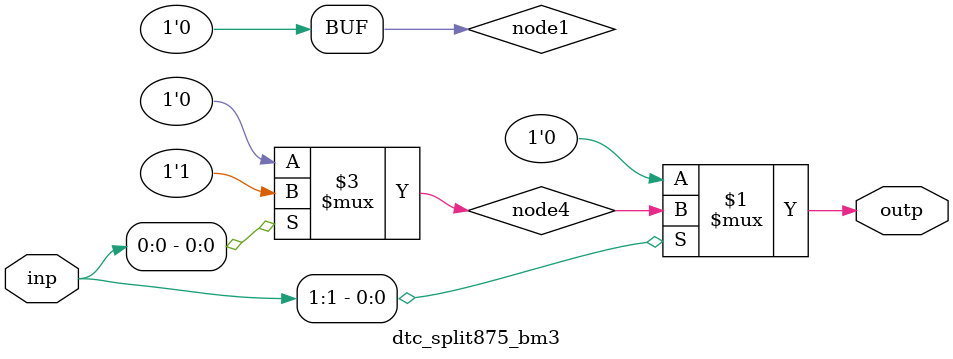
<source format=v>
module dtc_split875_bm3 (
	input  wire [8-1:0] inp,
	output wire [1-1:0] outp
);

	wire [1-1:0] node1;
	wire [1-1:0] node4;

	assign outp = (inp[1]) ? node4 : node1;
		assign node1 = (inp[7]) ? 1'b0 : 1'b0;
		assign node4 = (inp[0]) ? 1'b1 : 1'b0;

endmodule
</source>
